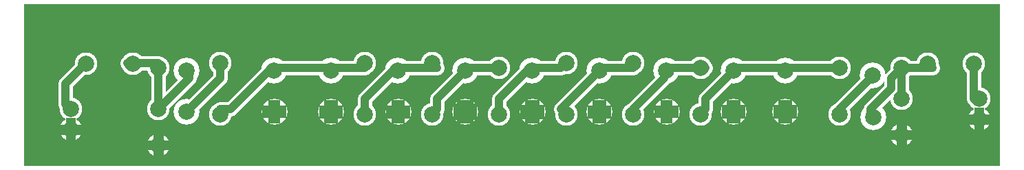
<source format=gbr>
%FSLAX34Y34*%
%MOMM*%
%LNCOPPER_BOTTOM*%
G71*
G01*
%ADD10C,2.800*%
%ADD11C,3.200*%
%ADD12C,1.800*%
%ADD13C,1.713*%
%ADD14C,1.013*%
%ADD15C,0.667*%
%ADD16C,1.627*%
%ADD17C,1.200*%
%ADD18C,1.607*%
%ADD19C,2.000*%
%ADD20C,1.773*%
%ADD21C,1.467*%
%ADD22C,1.487*%
%ADD23C,2.000*%
%ADD24C,1.000*%
%LPD*%
G36*
X-165100Y130050D02*
X1034900Y130050D01*
X1034900Y-69950D01*
X-165100Y-69950D01*
X-165100Y130050D01*
G37*
%LPC*%
X76200Y57150D02*
G54D10*
D03*
X76200Y-6350D02*
G54D10*
D03*
X142358Y-3088D02*
G54D11*
D03*
X142246Y47892D02*
G54D11*
D03*
X254000Y57150D02*
G54D10*
D03*
X254000Y-6350D02*
G54D10*
D03*
X294758Y-3088D02*
G54D11*
D03*
X294646Y47892D02*
G54D11*
D03*
X336550Y57150D02*
G54D10*
D03*
X336550Y-6350D02*
G54D10*
D03*
X377308Y-3088D02*
G54D11*
D03*
X377196Y47892D02*
G54D11*
D03*
X419100Y50800D02*
G54D10*
D03*
X419100Y-6350D02*
G54D10*
D03*
X459858Y-3088D02*
G54D11*
D03*
X459746Y47892D02*
G54D11*
D03*
X501650Y57150D02*
G54D10*
D03*
X501650Y-6350D02*
G54D10*
D03*
X542408Y-3088D02*
G54D11*
D03*
X542296Y47892D02*
G54D11*
D03*
X624958Y-3088D02*
G54D11*
D03*
X624846Y47892D02*
G54D11*
D03*
X666750Y50800D02*
G54D10*
D03*
X666750Y-6350D02*
G54D10*
D03*
X707508Y-3089D02*
G54D11*
D03*
X707396Y47892D02*
G54D11*
D03*
X838200Y50800D02*
G54D10*
D03*
X838200Y-6350D02*
G54D10*
D03*
X878958Y-9438D02*
G54D11*
D03*
X878846Y41542D02*
G54D11*
D03*
X34408Y-3088D02*
G54D11*
D03*
X34296Y47892D02*
G54D11*
D03*
X707508Y-3089D02*
G54D10*
D03*
X212208Y-3088D02*
G54D11*
D03*
X212096Y47892D02*
G54D11*
D03*
X212208Y-3088D02*
G54D10*
D03*
X212208Y-3088D02*
G54D10*
D03*
X212208Y-3089D02*
G54D10*
D03*
X212208Y-3089D02*
G54D10*
D03*
X771008Y-3089D02*
G54D11*
D03*
X770896Y47892D02*
G54D11*
D03*
X771008Y-3089D02*
G54D10*
D03*
X771008Y-3089D02*
G54D10*
D03*
X584200Y57150D02*
G54D10*
D03*
X584200Y-6350D02*
G54D10*
D03*
X0Y50800D02*
G54D10*
D03*
X0Y0D02*
G54D10*
D03*
X-107950Y-25400D02*
G54D10*
D03*
X-107950Y0D02*
G54D10*
D03*
X-31750Y56100D02*
G54D10*
D03*
X-88900Y56100D02*
G54D10*
D03*
X914400Y50800D02*
G54D10*
D03*
X914400Y12700D02*
G54D10*
D03*
X1009650Y-12700D02*
G54D10*
D03*
X1009650Y12700D02*
G54D10*
D03*
X946150Y56100D02*
G54D10*
D03*
X1003300Y56100D02*
G54D10*
D03*
X142358Y-3088D02*
G54D10*
D03*
X212208Y-3089D02*
G54D10*
D03*
X294758Y-3088D02*
G54D10*
D03*
X377308Y-3088D02*
G54D10*
D03*
X459858Y-3088D02*
G54D10*
D03*
X542408Y-3088D02*
G54D10*
D03*
X624958Y-3088D02*
G54D10*
D03*
G54D12*
X-88900Y56100D02*
X-88900Y57050D01*
X-114300Y31650D01*
X-114300Y6250D01*
X-107950Y0D01*
G54D12*
X-31750Y56100D02*
X-38100Y57050D01*
X0Y57050D01*
X0Y50800D01*
G54D12*
X0Y0D02*
X0Y6250D01*
X0Y57050D01*
X0Y50800D01*
X0Y-44450D02*
G54D10*
D03*
X914400Y-31750D02*
G54D10*
D03*
G54D12*
X34408Y-3088D02*
X38100Y0D01*
X76200Y38100D01*
X76200Y50800D01*
X76200Y57150D01*
G54D12*
X142246Y47892D02*
X139700Y50800D01*
X88900Y0D01*
X76200Y0D01*
X76200Y-6350D01*
G54D12*
X212096Y47892D02*
X215900Y50800D01*
X139700Y50800D01*
X142246Y47892D01*
G54D12*
X212096Y47892D02*
X215900Y50800D01*
X254000Y50800D01*
X254000Y57150D01*
G54D12*
X294646Y47892D02*
X292100Y50800D01*
X254000Y12700D01*
X254000Y0D01*
X254000Y-6350D01*
G54D12*
X336550Y57150D02*
X342900Y50800D01*
X292100Y50800D01*
X294646Y47892D01*
G54D12*
X377196Y47892D02*
X381000Y50800D01*
X342900Y12700D01*
X342900Y0D01*
X336550Y-6350D01*
G54D12*
X419100Y50800D02*
X381000Y50800D01*
X377196Y47892D01*
G54D12*
X459746Y47892D02*
X457200Y50800D01*
X419100Y12700D01*
X419100Y0D01*
X419100Y-6350D01*
G54D12*
X501650Y57150D02*
X495300Y50800D01*
X457200Y50800D01*
X459746Y47892D01*
G54D12*
X542296Y47892D02*
X546100Y50800D01*
X495300Y0D01*
X501650Y-6350D01*
G54D12*
X584200Y57150D02*
X584200Y50800D01*
X546100Y50800D01*
X542296Y47892D01*
G54D12*
X584200Y-6350D02*
X584200Y0D01*
X622300Y38100D01*
X622300Y50800D01*
X624846Y47892D01*
G54D12*
X666750Y50800D02*
X673100Y50800D01*
X622300Y50800D01*
X624846Y47892D01*
G54D12*
X707396Y47892D02*
X711200Y50800D01*
X673100Y12700D01*
X673100Y0D01*
X666750Y-6350D01*
G54D12*
X770896Y47892D02*
X774700Y50800D01*
X711200Y50800D01*
X707396Y47892D01*
G54D12*
X770896Y47892D02*
X774700Y50800D01*
X838200Y50800D01*
G54D12*
X878846Y41542D02*
X876300Y38100D01*
X838200Y0D01*
X838200Y-6350D01*
X0Y-44450D02*
G54D10*
D03*
X914400Y-31750D02*
G54D10*
D03*
X142358Y-3088D02*
G54D10*
D03*
G54D12*
X0Y0D02*
X38100Y38100D01*
X38100Y50800D01*
X34296Y47892D01*
G54D12*
X946150Y56100D02*
X952500Y50800D01*
X914400Y50800D01*
G54D12*
X914400Y12700D02*
X914400Y50800D01*
G54D12*
X914400Y50800D02*
X901700Y38100D01*
X901700Y25400D01*
X876300Y0D01*
X876300Y-12700D01*
X878958Y-9438D01*
G54D12*
X1003300Y56100D02*
X1003300Y50800D01*
X1003300Y12700D01*
X1009650Y12700D01*
%LPD*%
G54D13*
G36*
X698942Y-3089D02*
X698942Y11411D01*
X716075Y11411D01*
X716075Y-3089D01*
X698942Y-3089D01*
G37*
G36*
X707508Y5478D02*
X722008Y5478D01*
X722008Y-11655D01*
X707508Y-11655D01*
X707508Y5478D01*
G37*
G36*
X716075Y-3089D02*
X716075Y-17589D01*
X698942Y-17589D01*
X698942Y-3089D01*
X716075Y-3089D01*
G37*
G36*
X707508Y-11655D02*
X693008Y-11655D01*
X693008Y5478D01*
X707508Y5478D01*
X707508Y-11655D01*
G37*
G54D14*
G36*
X207142Y-3088D02*
X207142Y11412D01*
X217275Y11412D01*
X217275Y-3088D01*
X207142Y-3088D01*
G37*
G36*
X212208Y1978D02*
X226708Y1978D01*
X226708Y-8155D01*
X212208Y-8155D01*
X212208Y1978D01*
G37*
G36*
X217275Y-3088D02*
X217275Y-17588D01*
X207142Y-17588D01*
X207142Y-3088D01*
X217275Y-3088D01*
G37*
G36*
X212208Y-8155D02*
X197708Y-8155D01*
X197708Y1978D01*
X212208Y1978D01*
X212208Y-8155D01*
G37*
G54D15*
G36*
X208875Y-3089D02*
X208875Y11411D01*
X215541Y11411D01*
X215541Y-3089D01*
X208875Y-3089D01*
G37*
G36*
X212208Y244D02*
X226708Y244D01*
X226708Y-6422D01*
X212208Y-6422D01*
X212208Y244D01*
G37*
G36*
X215541Y-3089D02*
X215541Y-17589D01*
X208875Y-17589D01*
X208875Y-3089D01*
X215541Y-3089D01*
G37*
G36*
X212208Y-6422D02*
X197708Y-6422D01*
X197708Y244D01*
X212208Y244D01*
X212208Y-6422D01*
G37*
G54D16*
G36*
X204075Y-3089D02*
X204075Y11411D01*
X220341Y11411D01*
X220341Y-3089D01*
X204075Y-3089D01*
G37*
G36*
X212208Y5044D02*
X226708Y5044D01*
X226708Y-11222D01*
X212208Y-11222D01*
X212208Y5044D01*
G37*
G36*
X220341Y-3089D02*
X220341Y-17589D01*
X204075Y-17589D01*
X204075Y-3089D01*
X220341Y-3089D01*
G37*
G36*
X212208Y-11222D02*
X197708Y-11222D01*
X197708Y5044D01*
X212208Y5044D01*
X212208Y-11222D01*
G37*
G54D14*
G36*
X765942Y-3089D02*
X765942Y11411D01*
X776075Y11411D01*
X776075Y-3089D01*
X765942Y-3089D01*
G37*
G36*
X771008Y1978D02*
X785508Y1978D01*
X785508Y-8155D01*
X771008Y-8155D01*
X771008Y1978D01*
G37*
G36*
X776075Y-3089D02*
X776075Y-17589D01*
X765942Y-17589D01*
X765942Y-3089D01*
X776075Y-3089D01*
G37*
G36*
X771008Y-8155D02*
X756508Y-8155D01*
X756508Y1978D01*
X771008Y1978D01*
X771008Y-8155D01*
G37*
G54D13*
G36*
X762441Y-3089D02*
X762441Y11411D01*
X779575Y11411D01*
X779575Y-3089D01*
X762441Y-3089D01*
G37*
G36*
X771008Y5478D02*
X785508Y5478D01*
X785508Y-11656D01*
X771008Y-11656D01*
X771008Y5478D01*
G37*
G36*
X779575Y-3089D02*
X779575Y-17589D01*
X762441Y-17589D01*
X762441Y-3089D01*
X779575Y-3089D01*
G37*
G36*
X771008Y-11656D02*
X756508Y-11656D01*
X756508Y5478D01*
X771008Y5478D01*
X771008Y-11656D01*
G37*
G54D17*
G36*
X-113950Y-25400D02*
X-113950Y-10900D01*
X-101950Y-10900D01*
X-101950Y-25400D01*
X-113950Y-25400D01*
G37*
G36*
X-107950Y-19400D02*
X-93450Y-19400D01*
X-93450Y-31400D01*
X-107950Y-31400D01*
X-107950Y-19400D01*
G37*
G36*
X-101950Y-25400D02*
X-101950Y-39900D01*
X-113950Y-39900D01*
X-113950Y-25400D01*
X-101950Y-25400D01*
G37*
G36*
X-107950Y-31400D02*
X-122450Y-31400D01*
X-122450Y-19400D01*
X-107950Y-19400D01*
X-107950Y-31400D01*
G37*
G54D17*
G36*
X1015650Y-12700D02*
X1015650Y-27200D01*
X1003650Y-27200D01*
X1003650Y-12700D01*
X1015650Y-12700D01*
G37*
G36*
X1009650Y-18700D02*
X995150Y-18700D01*
X995150Y-6700D01*
X1009650Y-6700D01*
X1009650Y-18700D01*
G37*
G36*
X1003650Y-12700D02*
X1003650Y1800D01*
X1015650Y1800D01*
X1015650Y-12700D01*
X1003650Y-12700D01*
G37*
G36*
X1009650Y-6700D02*
X1024150Y-6700D01*
X1024150Y-18700D01*
X1009650Y-18700D01*
X1009650Y-6700D01*
G37*
G54D17*
G36*
X148358Y-3088D02*
X148358Y-17588D01*
X136358Y-17588D01*
X136358Y-3088D01*
X148358Y-3088D01*
G37*
G36*
X142358Y-9088D02*
X127858Y-9088D01*
X127858Y2912D01*
X142358Y2912D01*
X142358Y-9088D01*
G37*
G36*
X136358Y-3088D02*
X136358Y11412D01*
X148358Y11412D01*
X148358Y-3088D01*
X136358Y-3088D01*
G37*
G36*
X142358Y2912D02*
X156858Y2912D01*
X156858Y-9088D01*
X142358Y-9088D01*
X142358Y2912D01*
G37*
G54D17*
G36*
X218208Y-3089D02*
X218208Y-17589D01*
X206208Y-17589D01*
X206208Y-3089D01*
X218208Y-3089D01*
G37*
G36*
X212208Y-9089D02*
X197708Y-9089D01*
X197708Y2911D01*
X212208Y2911D01*
X212208Y-9089D01*
G37*
G36*
X206208Y-3089D02*
X206208Y11411D01*
X218208Y11411D01*
X218208Y-3089D01*
X206208Y-3089D01*
G37*
G36*
X212208Y2911D02*
X226708Y2911D01*
X226708Y-9089D01*
X212208Y-9089D01*
X212208Y2911D01*
G37*
G54D18*
G36*
X302791Y-3088D02*
X302791Y-17588D01*
X286725Y-17588D01*
X286725Y-3088D01*
X302791Y-3088D01*
G37*
G36*
X294758Y-11121D02*
X280258Y-11121D01*
X280258Y4945D01*
X294758Y4945D01*
X294758Y-11121D01*
G37*
G36*
X286725Y-3088D02*
X286725Y11412D01*
X302791Y11412D01*
X302791Y-3088D01*
X286725Y-3088D01*
G37*
G36*
X294758Y4945D02*
X309258Y4945D01*
X309258Y-11121D01*
X294758Y-11121D01*
X294758Y4945D01*
G37*
G54D19*
G36*
X387308Y-3088D02*
X387308Y-17588D01*
X367308Y-17588D01*
X367308Y-3088D01*
X387308Y-3088D01*
G37*
G36*
X377308Y-13088D02*
X362808Y-13088D01*
X362808Y6912D01*
X377308Y6912D01*
X377308Y-13088D01*
G37*
G36*
X367308Y-3088D02*
X367308Y11412D01*
X387308Y11412D01*
X387308Y-3088D01*
X367308Y-3088D01*
G37*
G36*
X377308Y6912D02*
X391808Y6912D01*
X391808Y-13088D01*
X377308Y-13088D01*
X377308Y6912D01*
G37*
G54D20*
G36*
X468725Y-3088D02*
X468725Y-17588D01*
X450991Y-17588D01*
X450991Y-3088D01*
X468725Y-3088D01*
G37*
G36*
X459858Y-11955D02*
X445358Y-11955D01*
X445358Y5779D01*
X459858Y5779D01*
X459858Y-11955D01*
G37*
G36*
X450991Y-3088D02*
X450991Y11412D01*
X468725Y11412D01*
X468725Y-3088D01*
X450991Y-3088D01*
G37*
G36*
X459858Y5779D02*
X474358Y5779D01*
X474358Y-11955D01*
X459858Y-11955D01*
X459858Y5779D01*
G37*
G54D16*
G36*
X550541Y-3088D02*
X550541Y-17588D01*
X534275Y-17588D01*
X534275Y-3088D01*
X550541Y-3088D01*
G37*
G36*
X542408Y-11221D02*
X527908Y-11221D01*
X527908Y5045D01*
X542408Y5045D01*
X542408Y-11221D01*
G37*
G36*
X534275Y-3088D02*
X534275Y11412D01*
X550541Y11412D01*
X550541Y-3088D01*
X534275Y-3088D01*
G37*
G36*
X542408Y5045D02*
X556908Y5045D01*
X556908Y-11221D01*
X542408Y-11221D01*
X542408Y5045D01*
G37*
G54D21*
G36*
X632291Y-3088D02*
X632291Y-17588D01*
X617625Y-17588D01*
X617625Y-3088D01*
X632291Y-3088D01*
G37*
G36*
X624958Y-10421D02*
X610458Y-10421D01*
X610458Y4245D01*
X624958Y4245D01*
X624958Y-10421D01*
G37*
G36*
X617625Y-3088D02*
X617625Y11412D01*
X632291Y11412D01*
X632291Y-3088D01*
X617625Y-3088D01*
G37*
G36*
X624958Y4245D02*
X639458Y4245D01*
X639458Y-10421D01*
X624958Y-10421D01*
X624958Y4245D01*
G37*
G54D17*
G36*
X6000Y-44450D02*
X6000Y-58950D01*
X-6000Y-58950D01*
X-6000Y-44450D01*
X6000Y-44450D01*
G37*
G36*
X0Y-50450D02*
X-14500Y-50450D01*
X-14500Y-38450D01*
X0Y-38450D01*
X0Y-50450D01*
G37*
G36*
X-6000Y-44450D02*
X-6000Y-29950D01*
X6000Y-29950D01*
X6000Y-44450D01*
X-6000Y-44450D01*
G37*
G36*
X0Y-38450D02*
X14500Y-38450D01*
X14500Y-50450D01*
X0Y-50450D01*
X0Y-38450D01*
G37*
G54D17*
G36*
X920400Y-31750D02*
X920400Y-46250D01*
X908400Y-46250D01*
X908400Y-31750D01*
X920400Y-31750D01*
G37*
G36*
X914400Y-37750D02*
X899900Y-37750D01*
X899900Y-25750D01*
X914400Y-25750D01*
X914400Y-37750D01*
G37*
G36*
X908400Y-31750D02*
X908400Y-17250D01*
X920400Y-17250D01*
X920400Y-31750D01*
X908400Y-31750D01*
G37*
G36*
X914400Y-25750D02*
X928900Y-25750D01*
X928900Y-37750D01*
X914400Y-37750D01*
X914400Y-25750D01*
G37*
G54D22*
G36*
X149791Y-3088D02*
X149791Y-17588D01*
X134925Y-17588D01*
X134925Y-3088D01*
X149791Y-3088D01*
G37*
G36*
X142358Y-10521D02*
X127858Y-10521D01*
X127858Y4345D01*
X142358Y4345D01*
X142358Y-10521D01*
G37*
G36*
X134925Y-3088D02*
X134925Y11412D01*
X149791Y11412D01*
X149791Y-3088D01*
X134925Y-3088D01*
G37*
G36*
X142358Y4345D02*
X156858Y4345D01*
X156858Y-10521D01*
X142358Y-10521D01*
X142358Y4345D01*
G37*
X76200Y57150D02*
G54D23*
D03*
X76200Y-6350D02*
G54D23*
D03*
X142358Y-3088D02*
G54D23*
D03*
X142246Y47892D02*
G54D23*
D03*
X254000Y57150D02*
G54D23*
D03*
X254000Y-6350D02*
G54D23*
D03*
X294758Y-3088D02*
G54D23*
D03*
X294646Y47892D02*
G54D23*
D03*
X336550Y57150D02*
G54D23*
D03*
X336550Y-6350D02*
G54D23*
D03*
X377308Y-3088D02*
G54D23*
D03*
X377196Y47892D02*
G54D23*
D03*
X419100Y50800D02*
G54D23*
D03*
X419100Y-6350D02*
G54D23*
D03*
X459858Y-3088D02*
G54D23*
D03*
X459746Y47892D02*
G54D23*
D03*
X501650Y57150D02*
G54D23*
D03*
X501650Y-6350D02*
G54D23*
D03*
X542408Y-3088D02*
G54D23*
D03*
X542296Y47892D02*
G54D23*
D03*
X624958Y-3088D02*
G54D23*
D03*
X624846Y47892D02*
G54D23*
D03*
X666750Y50800D02*
G54D23*
D03*
X666750Y-6350D02*
G54D23*
D03*
X707508Y-3089D02*
G54D23*
D03*
X707396Y47892D02*
G54D23*
D03*
X838200Y50800D02*
G54D23*
D03*
X838200Y-6350D02*
G54D23*
D03*
X878958Y-9438D02*
G54D23*
D03*
X878846Y41542D02*
G54D23*
D03*
X34408Y-3088D02*
G54D23*
D03*
X34296Y47892D02*
G54D23*
D03*
X707508Y-3089D02*
G54D23*
D03*
X212208Y-3088D02*
G54D23*
D03*
X212096Y47892D02*
G54D23*
D03*
X212208Y-3088D02*
G54D23*
D03*
X212208Y-3088D02*
G54D23*
D03*
X212208Y-3089D02*
G54D23*
D03*
X212208Y-3089D02*
G54D23*
D03*
X771008Y-3089D02*
G54D23*
D03*
X770896Y47892D02*
G54D23*
D03*
X771008Y-3089D02*
G54D23*
D03*
X771008Y-3089D02*
G54D23*
D03*
X584200Y57150D02*
G54D23*
D03*
X584200Y-6350D02*
G54D23*
D03*
X0Y50800D02*
G54D23*
D03*
X0Y0D02*
G54D23*
D03*
X-107950Y-25400D02*
G54D23*
D03*
X-107950Y0D02*
G54D23*
D03*
X-31750Y56100D02*
G54D23*
D03*
X-88900Y56100D02*
G54D23*
D03*
X914400Y50800D02*
G54D23*
D03*
X914400Y12700D02*
G54D23*
D03*
X1009650Y-12700D02*
G54D23*
D03*
X1009650Y12700D02*
G54D23*
D03*
X946150Y56100D02*
G54D23*
D03*
X1003300Y56100D02*
G54D23*
D03*
X142358Y-3088D02*
G54D23*
D03*
X212208Y-3089D02*
G54D23*
D03*
X294758Y-3088D02*
G54D23*
D03*
X377308Y-3088D02*
G54D23*
D03*
X459858Y-3088D02*
G54D23*
D03*
X542408Y-3088D02*
G54D23*
D03*
X624958Y-3088D02*
G54D23*
D03*
G54D24*
X-88900Y56100D02*
X-88900Y57050D01*
X-114300Y31650D01*
X-114300Y6250D01*
X-107950Y0D01*
G54D24*
X-31750Y56100D02*
X-38100Y57050D01*
X0Y57050D01*
X0Y50800D01*
G54D24*
X0Y0D02*
X0Y6250D01*
X0Y57050D01*
X0Y50800D01*
X0Y-44450D02*
G54D23*
D03*
X914400Y-31750D02*
G54D23*
D03*
G54D24*
X34408Y-3088D02*
X38100Y0D01*
X76200Y38100D01*
X76200Y50800D01*
X76200Y57150D01*
G54D24*
X142246Y47892D02*
X139700Y50800D01*
X88900Y0D01*
X76200Y0D01*
X76200Y-6350D01*
G54D24*
X212096Y47892D02*
X215900Y50800D01*
X139700Y50800D01*
X142246Y47892D01*
G54D24*
X212096Y47892D02*
X215900Y50800D01*
X254000Y50800D01*
X254000Y57150D01*
G54D24*
X294646Y47892D02*
X292100Y50800D01*
X254000Y12700D01*
X254000Y0D01*
X254000Y-6350D01*
G54D24*
X336550Y57150D02*
X342900Y50800D01*
X292100Y50800D01*
X294646Y47892D01*
G54D24*
X377196Y47892D02*
X381000Y50800D01*
X342900Y12700D01*
X342900Y0D01*
X336550Y-6350D01*
G54D24*
X419100Y50800D02*
X381000Y50800D01*
X377196Y47892D01*
G54D24*
X459746Y47892D02*
X457200Y50800D01*
X419100Y12700D01*
X419100Y0D01*
X419100Y-6350D01*
G54D24*
X501650Y57150D02*
X495300Y50800D01*
X457200Y50800D01*
X459746Y47892D01*
G54D24*
X542296Y47892D02*
X546100Y50800D01*
X495300Y0D01*
X501650Y-6350D01*
G54D24*
X584200Y57150D02*
X584200Y50800D01*
X546100Y50800D01*
X542296Y47892D01*
G54D24*
X584200Y-6350D02*
X584200Y0D01*
X622300Y38100D01*
X622300Y50800D01*
X624846Y47892D01*
G54D24*
X666750Y50800D02*
X673100Y50800D01*
X622300Y50800D01*
X624846Y47892D01*
G54D24*
X707396Y47892D02*
X711200Y50800D01*
X673100Y12700D01*
X673100Y0D01*
X666750Y-6350D01*
G54D24*
X770896Y47892D02*
X774700Y50800D01*
X711200Y50800D01*
X707396Y47892D01*
G54D24*
X770896Y47892D02*
X774700Y50800D01*
X838200Y50800D01*
G54D24*
X878846Y41542D02*
X876300Y38100D01*
X838200Y0D01*
X838200Y-6350D01*
X0Y-44450D02*
G54D23*
D03*
X914400Y-31750D02*
G54D23*
D03*
X142358Y-3088D02*
G54D23*
D03*
G54D24*
X0Y0D02*
X38100Y38100D01*
X38100Y50800D01*
X34296Y47892D01*
G54D24*
X946150Y56100D02*
X952500Y50800D01*
X914400Y50800D01*
G54D24*
X914400Y12700D02*
X914400Y50800D01*
G54D24*
X914400Y50800D02*
X901700Y38100D01*
X901700Y25400D01*
X876300Y0D01*
X876300Y-12700D01*
X878958Y-9438D01*
G54D24*
X1003300Y56100D02*
X1003300Y50800D01*
X1003300Y12700D01*
X1009650Y12700D01*
M02*

</source>
